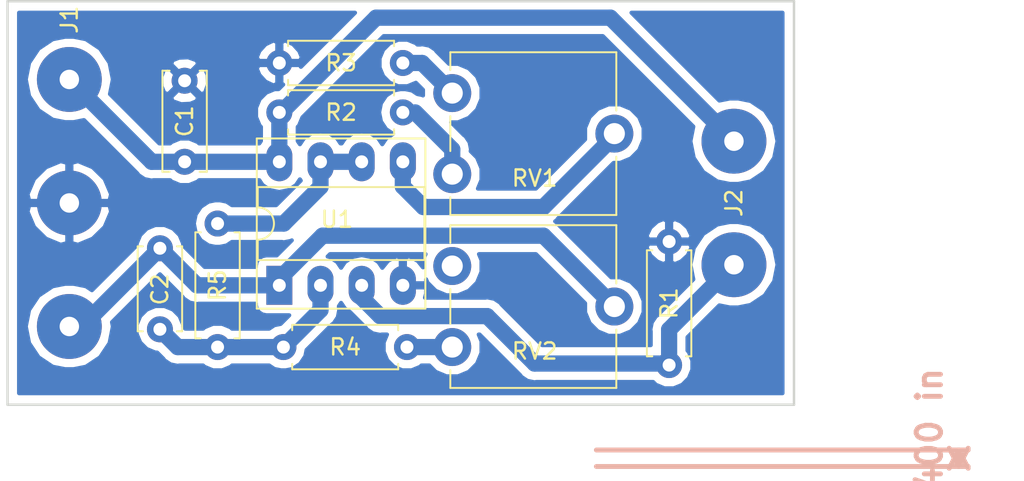
<source format=kicad_pcb>
(kicad_pcb (version 20171130) (host pcbnew 5.0.2+dfsg1-1)

  (general
    (thickness 1.6)
    (drawings 5)
    (tracks 46)
    (zones 0)
    (modules 12)
    (nets 12)
  )

  (page A4)
  (layers
    (0 F.Cu signal)
    (31 B.Cu signal)
    (33 F.Adhes user)
    (35 F.Paste user)
    (37 F.SilkS user)
    (39 F.Mask user)
    (40 Dwgs.User user)
    (41 Cmts.User user)
    (42 Eco1.User user)
    (43 Eco2.User user)
    (44 Edge.Cuts user)
    (45 Margin user)
    (46 B.CrtYd user)
    (47 F.CrtYd user)
    (49 F.Fab user)
  )

  (setup
    (last_trace_width 1)
    (trace_clearance 0.2)
    (zone_clearance 0.508)
    (zone_45_only no)
    (trace_min 0.2)
    (segment_width 0.2)
    (edge_width 0.15)
    (via_size 0.8)
    (via_drill 0.4)
    (via_min_size 0.4)
    (via_min_drill 0.3)
    (uvia_size 0.3)
    (uvia_drill 0.1)
    (uvias_allowed no)
    (uvia_min_size 0.2)
    (uvia_min_drill 0.1)
    (pcb_text_width 0.3)
    (pcb_text_size 1.5 1.5)
    (mod_edge_width 0.15)
    (mod_text_size 1 1)
    (mod_text_width 0.15)
    (pad_size 1.524 1.524)
    (pad_drill 0.762)
    (pad_to_mask_clearance 0.051)
    (solder_mask_min_width 0.25)
    (aux_axis_origin 0 0)
    (grid_origin 128.524 107.442)
    (visible_elements FFFFEF7F)
    (pcbplotparams
      (layerselection 0x01000_fffffffe)
      (usegerberextensions true)
      (usegerberattributes false)
      (usegerberadvancedattributes false)
      (creategerberjobfile false)
      (gerberprecision 5)
      (excludeedgelayer false)
      (linewidth 0.100000)
      (plotframeref false)
      (viasonmask false)
      (mode 1)
      (useauxorigin false)
      (hpglpennumber 1)
      (hpglpenspeed 20)
      (hpglpendiameter 15.000000)
      (psnegative false)
      (psa4output false)
      (plotreference false)
      (plotvalue false)
      (plotinvisibletext false)
      (padsonsilk true)
      (subtractmaskfromsilk false)
      (outputformat 1)
      (mirror false)
      (drillshape 0)
      (scaleselection 1)
      (outputdirectory "/home/maurin/Bureau/Kicad/GERBER/"))
  )

  (net 0 "")
  (net 1 VOLTAGE_OUTPUT)
  (net 2 GND)
  (net 3 OUTPUT)
  (net 4 "Net-(RV1-Pad2)")
  (net 5 "Net-(R5-Pad2)")
  (net 6 VCC)
  (net 7 "Net-(R2-Pad2)")
  (net 8 "Net-(R3-Pad1)")
  (net 9 "Net-(R4-Pad1)")
  (net 10 "Net-(RV2-Pad3)")
  (net 11 "Net-(C2-Pad2)")

  (net_class Default "Ceci est la Netclass par défaut."
    (clearance 0.2)
    (trace_width 1)
    (via_dia 0.8)
    (via_drill 0.4)
    (uvia_dia 0.3)
    (uvia_drill 0.1)
    (add_net GND)
    (add_net "Net-(C2-Pad2)")
    (add_net "Net-(R2-Pad2)")
    (add_net "Net-(R3-Pad1)")
    (add_net "Net-(R4-Pad1)")
    (add_net "Net-(R5-Pad2)")
    (add_net "Net-(RV1-Pad2)")
    (add_net "Net-(RV2-Pad3)")
    (add_net OUTPUT)
    (add_net VCC)
    (add_net VOLTAGE_OUTPUT)
  )

  (module library:custom_SolderWirePad_1x02 (layer F.Cu) (tedit 5F6228BB) (tstamp 5F6237A1)
    (at 173.334 94.996 270)
    (descr "Wire solder connection")
    (tags connector)
    (path /5F6FC3EF)
    (attr virtual)
    (fp_text reference J2 (at 0 0 90) (layer F.SilkS)
      (effects (font (size 1 1) (thickness 0.15)))
    )
    (fp_text value RESISTIVE_SENSOR (at 0.381 -3.302 270) (layer F.Fab)
      (effects (font (size 1 1) (thickness 0.15)))
    )
    (fp_text user %R (at 0 0 270) (layer F.Fab)
      (effects (font (size 1 1) (thickness 0.15)))
    )
    (fp_line (start -6.35 -2.54) (end 6.35 -2.54) (layer F.CrtYd) (width 0.05))
    (fp_line (start -6.35 -2.54) (end -6.35 2.54) (layer F.CrtYd) (width 0.05))
    (fp_line (start 6.35 2.54) (end 6.35 -2.54) (layer F.CrtYd) (width 0.05))
    (fp_line (start 6.35 2.54) (end -6.35 2.54) (layer F.CrtYd) (width 0.05))
    (pad 1 thru_hole oval (at -3.81 0 270) (size 4 4) (drill 1.19888) (layers *.Cu *.Mask)
      (net 6 VCC))
    (pad 2 thru_hole oval (at 3.81 0 270) (size 4 4) (drill 1.19888) (layers *.Cu *.Mask)
      (net 1 VOLTAGE_OUTPUT))
  )

  (module library:custom_SolderWirePad_1x03 (layer F.Cu) (tedit 5F622745) (tstamp 5F623796)
    (at 132.334 97.536 90)
    (descr "Wire solder connection")
    (tags connector)
    (path /5F6FC355)
    (attr virtual)
    (fp_text reference J1 (at 13.843 0 270) (layer F.SilkS)
      (effects (font (size 1 1) (thickness 0.15)))
    )
    (fp_text value TO_ARDUINO (at 0 -3.429 90) (layer F.Fab)
      (effects (font (size 1 1) (thickness 0.15)))
    )
    (fp_text user %R (at 13.843 0 90) (layer F.Fab)
      (effects (font (size 1 1) (thickness 0.15)))
    )
    (fp_line (start -7.62 -2.54) (end 12.7 -2.54) (layer F.CrtYd) (width 0.05))
    (fp_line (start -7.62 -2.54) (end -7.62 2.54) (layer F.CrtYd) (width 0.05))
    (fp_line (start 12.7 2.54) (end 12.7 -2.54) (layer F.CrtYd) (width 0.05))
    (fp_line (start 12.7 2.54) (end -7.62 2.54) (layer F.CrtYd) (width 0.05))
    (pad 1 thru_hole oval (at -5.08 0 90) (size 4 4) (drill 1.19888) (layers *.Cu *.Mask)
      (net 3 OUTPUT))
    (pad 2 thru_hole oval (at 2.54 0 90) (size 4 4) (drill 1.19888) (layers *.Cu *.Mask)
      (net 2 GND))
    (pad 3 thru_hole oval (at 10.16 0 90) (size 4 4) (drill 1.19888) (layers *.Cu *.Mask)
      (net 6 VCC))
  )

  (module Resistor_THT:R_Axial_DIN0207_L6.3mm_D2.5mm_P7.62mm_Horizontal (layer F.Cu) (tedit 5AE5139B) (tstamp 5F704CEE)
    (at 141.478 103.886 90)
    (descr "Resistor, Axial_DIN0207 series, Axial, Horizontal, pin pitch=7.62mm, 0.25W = 1/4W, length*diameter=6.3*2.5mm^2, http://cdn-reichelt.de/documents/datenblatt/B400/1_4W%23YAG.pdf")
    (tags "Resistor Axial_DIN0207 series Axial Horizontal pin pitch 7.62mm 0.25W = 1/4W length 6.3mm diameter 2.5mm")
    (path /5F6FC9A8)
    (fp_text reference R5 (at 3.81 0 90) (layer F.SilkS)
      (effects (font (size 1 1) (thickness 0.15)))
    )
    (fp_text value 10K (at 3.81 2.37 90) (layer F.Fab)
      (effects (font (size 1 1) (thickness 0.15)))
    )
    (fp_text user %R (at 3.81 0 90) (layer F.Fab)
      (effects (font (size 1 1) (thickness 0.15)))
    )
    (fp_line (start 8.67 -1.5) (end -1.05 -1.5) (layer F.CrtYd) (width 0.05))
    (fp_line (start 8.67 1.5) (end 8.67 -1.5) (layer F.CrtYd) (width 0.05))
    (fp_line (start -1.05 1.5) (end 8.67 1.5) (layer F.CrtYd) (width 0.05))
    (fp_line (start -1.05 -1.5) (end -1.05 1.5) (layer F.CrtYd) (width 0.05))
    (fp_line (start 7.08 1.37) (end 7.08 1.04) (layer F.SilkS) (width 0.12))
    (fp_line (start 0.54 1.37) (end 7.08 1.37) (layer F.SilkS) (width 0.12))
    (fp_line (start 0.54 1.04) (end 0.54 1.37) (layer F.SilkS) (width 0.12))
    (fp_line (start 7.08 -1.37) (end 7.08 -1.04) (layer F.SilkS) (width 0.12))
    (fp_line (start 0.54 -1.37) (end 7.08 -1.37) (layer F.SilkS) (width 0.12))
    (fp_line (start 0.54 -1.04) (end 0.54 -1.37) (layer F.SilkS) (width 0.12))
    (fp_line (start 7.62 0) (end 6.96 0) (layer F.Fab) (width 0.1))
    (fp_line (start 0 0) (end 0.66 0) (layer F.Fab) (width 0.1))
    (fp_line (start 6.96 -1.25) (end 0.66 -1.25) (layer F.Fab) (width 0.1))
    (fp_line (start 6.96 1.25) (end 6.96 -1.25) (layer F.Fab) (width 0.1))
    (fp_line (start 0.66 1.25) (end 6.96 1.25) (layer F.Fab) (width 0.1))
    (fp_line (start 0.66 -1.25) (end 0.66 1.25) (layer F.Fab) (width 0.1))
    (pad 2 thru_hole oval (at 7.62 0 90) (size 1.6 1.6) (drill 0.8) (layers *.Cu *.Mask)
      (net 5 "Net-(R5-Pad2)"))
    (pad 1 thru_hole circle (at 0 0 90) (size 1.6 1.6) (drill 0.8) (layers *.Cu *.Mask)
      (net 11 "Net-(C2-Pad2)"))
    (model ${KISYS3DMOD}/Resistor_THT.3dshapes/R_Axial_DIN0207_L6.3mm_D2.5mm_P7.62mm_Horizontal.wrl
      (at (xyz 0 0 0))
      (scale (xyz 1 1 1))
      (rotate (xyz 0 0 0))
    )
  )

  (module Resistor_THT:R_Axial_DIN0207_L6.3mm_D2.5mm_P7.62mm_Horizontal (layer F.Cu) (tedit 5AE5139B) (tstamp 5F704CD8)
    (at 153.162 103.886 180)
    (descr "Resistor, Axial_DIN0207 series, Axial, Horizontal, pin pitch=7.62mm, 0.25W = 1/4W, length*diameter=6.3*2.5mm^2, http://cdn-reichelt.de/documents/datenblatt/B400/1_4W%23YAG.pdf")
    (tags "Resistor Axial_DIN0207 series Axial Horizontal pin pitch 7.62mm 0.25W = 1/4W length 6.3mm diameter 2.5mm")
    (path /5F6FD28A)
    (fp_text reference R4 (at 3.81 0 180) (layer F.SilkS)
      (effects (font (size 1 1) (thickness 0.15)))
    )
    (fp_text value 10K (at 3.81 2.37 180) (layer F.Fab)
      (effects (font (size 1 1) (thickness 0.15)))
    )
    (fp_line (start 0.66 -1.25) (end 0.66 1.25) (layer F.Fab) (width 0.1))
    (fp_line (start 0.66 1.25) (end 6.96 1.25) (layer F.Fab) (width 0.1))
    (fp_line (start 6.96 1.25) (end 6.96 -1.25) (layer F.Fab) (width 0.1))
    (fp_line (start 6.96 -1.25) (end 0.66 -1.25) (layer F.Fab) (width 0.1))
    (fp_line (start 0 0) (end 0.66 0) (layer F.Fab) (width 0.1))
    (fp_line (start 7.62 0) (end 6.96 0) (layer F.Fab) (width 0.1))
    (fp_line (start 0.54 -1.04) (end 0.54 -1.37) (layer F.SilkS) (width 0.12))
    (fp_line (start 0.54 -1.37) (end 7.08 -1.37) (layer F.SilkS) (width 0.12))
    (fp_line (start 7.08 -1.37) (end 7.08 -1.04) (layer F.SilkS) (width 0.12))
    (fp_line (start 0.54 1.04) (end 0.54 1.37) (layer F.SilkS) (width 0.12))
    (fp_line (start 0.54 1.37) (end 7.08 1.37) (layer F.SilkS) (width 0.12))
    (fp_line (start 7.08 1.37) (end 7.08 1.04) (layer F.SilkS) (width 0.12))
    (fp_line (start -1.05 -1.5) (end -1.05 1.5) (layer F.CrtYd) (width 0.05))
    (fp_line (start -1.05 1.5) (end 8.67 1.5) (layer F.CrtYd) (width 0.05))
    (fp_line (start 8.67 1.5) (end 8.67 -1.5) (layer F.CrtYd) (width 0.05))
    (fp_line (start 8.67 -1.5) (end -1.05 -1.5) (layer F.CrtYd) (width 0.05))
    (fp_text user %R (at 3.81 0 180) (layer F.Fab)
      (effects (font (size 1 1) (thickness 0.15)))
    )
    (pad 1 thru_hole circle (at 0 0 180) (size 1.6 1.6) (drill 0.8) (layers *.Cu *.Mask)
      (net 9 "Net-(R4-Pad1)"))
    (pad 2 thru_hole oval (at 7.62 0 180) (size 1.6 1.6) (drill 0.8) (layers *.Cu *.Mask)
      (net 11 "Net-(C2-Pad2)"))
    (model ${KISYS3DMOD}/Resistor_THT.3dshapes/R_Axial_DIN0207_L6.3mm_D2.5mm_P7.62mm_Horizontal.wrl
      (at (xyz 0 0 0))
      (scale (xyz 1 1 1))
      (rotate (xyz 0 0 0))
    )
  )

  (module Resistor_THT:R_Axial_DIN0207_L6.3mm_D2.5mm_P7.62mm_Horizontal (layer F.Cu) (tedit 5AE5139B) (tstamp 5F704CC2)
    (at 152.908 86.36 180)
    (descr "Resistor, Axial_DIN0207 series, Axial, Horizontal, pin pitch=7.62mm, 0.25W = 1/4W, length*diameter=6.3*2.5mm^2, http://cdn-reichelt.de/documents/datenblatt/B400/1_4W%23YAG.pdf")
    (tags "Resistor Axial_DIN0207 series Axial Horizontal pin pitch 7.62mm 0.25W = 1/4W length 6.3mm diameter 2.5mm")
    (path /5F6FEA34)
    (fp_text reference R3 (at 3.81 0 180) (layer F.SilkS)
      (effects (font (size 1 1) (thickness 0.15)))
    )
    (fp_text value 10K (at 3.81 2.37 180) (layer F.Fab)
      (effects (font (size 1 1) (thickness 0.15)))
    )
    (fp_text user %R (at 3.81 0 180) (layer F.Fab)
      (effects (font (size 1 1) (thickness 0.15)))
    )
    (fp_line (start 8.67 -1.5) (end -1.05 -1.5) (layer F.CrtYd) (width 0.05))
    (fp_line (start 8.67 1.5) (end 8.67 -1.5) (layer F.CrtYd) (width 0.05))
    (fp_line (start -1.05 1.5) (end 8.67 1.5) (layer F.CrtYd) (width 0.05))
    (fp_line (start -1.05 -1.5) (end -1.05 1.5) (layer F.CrtYd) (width 0.05))
    (fp_line (start 7.08 1.37) (end 7.08 1.04) (layer F.SilkS) (width 0.12))
    (fp_line (start 0.54 1.37) (end 7.08 1.37) (layer F.SilkS) (width 0.12))
    (fp_line (start 0.54 1.04) (end 0.54 1.37) (layer F.SilkS) (width 0.12))
    (fp_line (start 7.08 -1.37) (end 7.08 -1.04) (layer F.SilkS) (width 0.12))
    (fp_line (start 0.54 -1.37) (end 7.08 -1.37) (layer F.SilkS) (width 0.12))
    (fp_line (start 0.54 -1.04) (end 0.54 -1.37) (layer F.SilkS) (width 0.12))
    (fp_line (start 7.62 0) (end 6.96 0) (layer F.Fab) (width 0.1))
    (fp_line (start 0 0) (end 0.66 0) (layer F.Fab) (width 0.1))
    (fp_line (start 6.96 -1.25) (end 0.66 -1.25) (layer F.Fab) (width 0.1))
    (fp_line (start 6.96 1.25) (end 6.96 -1.25) (layer F.Fab) (width 0.1))
    (fp_line (start 0.66 1.25) (end 6.96 1.25) (layer F.Fab) (width 0.1))
    (fp_line (start 0.66 -1.25) (end 0.66 1.25) (layer F.Fab) (width 0.1))
    (pad 2 thru_hole oval (at 7.62 0 180) (size 1.6 1.6) (drill 0.8) (layers *.Cu *.Mask)
      (net 2 GND))
    (pad 1 thru_hole circle (at 0 0 180) (size 1.6 1.6) (drill 0.8) (layers *.Cu *.Mask)
      (net 8 "Net-(R3-Pad1)"))
    (model ${KISYS3DMOD}/Resistor_THT.3dshapes/R_Axial_DIN0207_L6.3mm_D2.5mm_P7.62mm_Horizontal.wrl
      (at (xyz 0 0 0))
      (scale (xyz 1 1 1))
      (rotate (xyz 0 0 0))
    )
  )

  (module Potentiometer_THT:Potentiometer_ACP_CA9-V10_Vertical (layer F.Cu) (tedit 5A3D4994) (tstamp 5F6F3ACB)
    (at 155.956 103.886)
    (descr "Potentiometer, vertical, ACP CA9-V10, http://www.acptechnologies.com/wp-content/uploads/2017/05/02-ACP-CA9-CE9.pdf")
    (tags "Potentiometer vertical ACP CA9-V10")
    (path /5F6FCEBE)
    (fp_text reference RV2 (at 5.08 0.254) (layer F.SilkS)
      (effects (font (size 1 1) (thickness 0.15)))
    )
    (fp_text value 100K (at 5 1.524) (layer F.Fab)
      (effects (font (size 1 1) (thickness 0.15)))
    )
    (fp_text user %R (at 5.08 0.254 180) (layer F.Fab)
      (effects (font (size 1 1) (thickness 0.15)))
    )
    (fp_line (start 11.45 -7.65) (end -1.45 -7.65) (layer F.CrtYd) (width 0.05))
    (fp_line (start 11.45 2.7) (end 11.45 -7.65) (layer F.CrtYd) (width 0.05))
    (fp_line (start -1.45 2.7) (end 11.45 2.7) (layer F.CrtYd) (width 0.05))
    (fp_line (start -1.45 -7.65) (end -1.45 2.7) (layer F.CrtYd) (width 0.05))
    (fp_line (start 10.12 -1.075) (end 10.12 2.52) (layer F.SilkS) (width 0.12))
    (fp_line (start 10.12 -7.521) (end 10.12 -3.925) (layer F.SilkS) (width 0.12))
    (fp_line (start -0.12 1.425) (end -0.12 2.52) (layer F.SilkS) (width 0.12))
    (fp_line (start -0.12 -3.574) (end -0.12 -1.425) (layer F.SilkS) (width 0.12))
    (fp_line (start -0.12 -7.521) (end -0.12 -6.426) (layer F.SilkS) (width 0.12))
    (fp_line (start -0.12 2.52) (end 10.12 2.52) (layer F.SilkS) (width 0.12))
    (fp_line (start -0.12 -7.521) (end 10.12 -7.521) (layer F.SilkS) (width 0.12))
    (fp_line (start 10 -7.4) (end 0 -7.4) (layer F.Fab) (width 0.1))
    (fp_line (start 10 2.4) (end 10 -7.4) (layer F.Fab) (width 0.1))
    (fp_line (start 0 2.4) (end 10 2.4) (layer F.Fab) (width 0.1))
    (fp_line (start 0 -7.4) (end 0 2.4) (layer F.Fab) (width 0.1))
    (fp_circle (center 5 -2.5) (end 6.05 -2.5) (layer F.Fab) (width 0.1))
    (pad 1 thru_hole circle (at 0 0) (size 2.34 2.34) (drill 1.3) (layers *.Cu *.Mask)
      (net 9 "Net-(R4-Pad1)"))
    (pad 2 thru_hole circle (at 10 -2.5) (size 2.34 2.34) (drill 1.3) (layers *.Cu *.Mask)
      (net 3 OUTPUT))
    (pad 3 thru_hole circle (at 0 -5) (size 2.34 2.34) (drill 1.3) (layers *.Cu *.Mask)
      (net 10 "Net-(RV2-Pad3)"))
    (model ${KISYS3DMOD}/Potentiometer_THT.3dshapes/Potentiometer_ACP_CA9-V10_Vertical.wrl
      (at (xyz 0 0 0))
      (scale (xyz 1 1 1))
      (rotate (xyz 0 0 0))
    )
  )

  (module Resistor_THT:R_Axial_DIN0207_L6.3mm_D2.5mm_P7.62mm_Horizontal (layer F.Cu) (tedit 5AE5139B) (tstamp 5F704333)
    (at 169.334 104.996 90)
    (descr "Resistor, Axial_DIN0207 series, Axial, Horizontal, pin pitch=7.62mm, 0.25W = 1/4W, length*diameter=6.3*2.5mm^2, http://cdn-reichelt.de/documents/datenblatt/B400/1_4W%23YAG.pdf")
    (tags "Resistor Axial_DIN0207 series Axial Horizontal pin pitch 7.62mm 0.25W = 1/4W length 6.3mm diameter 2.5mm")
    (path /5F7004A5)
    (fp_text reference R1 (at 3.81 0 90) (layer F.SilkS)
      (effects (font (size 1 1) (thickness 0.15)))
    )
    (fp_text value 100K (at 3.81 2.032 90) (layer F.Fab)
      (effects (font (size 1 1) (thickness 0.15)))
    )
    (fp_line (start 0.66 -1.25) (end 0.66 1.25) (layer F.Fab) (width 0.1))
    (fp_line (start 0.66 1.25) (end 6.96 1.25) (layer F.Fab) (width 0.1))
    (fp_line (start 6.96 1.25) (end 6.96 -1.25) (layer F.Fab) (width 0.1))
    (fp_line (start 6.96 -1.25) (end 0.66 -1.25) (layer F.Fab) (width 0.1))
    (fp_line (start 0 0) (end 0.66 0) (layer F.Fab) (width 0.1))
    (fp_line (start 7.62 0) (end 6.96 0) (layer F.Fab) (width 0.1))
    (fp_line (start 0.54 -1.04) (end 0.54 -1.37) (layer F.SilkS) (width 0.12))
    (fp_line (start 0.54 -1.37) (end 7.08 -1.37) (layer F.SilkS) (width 0.12))
    (fp_line (start 7.08 -1.37) (end 7.08 -1.04) (layer F.SilkS) (width 0.12))
    (fp_line (start 0.54 1.04) (end 0.54 1.37) (layer F.SilkS) (width 0.12))
    (fp_line (start 0.54 1.37) (end 7.08 1.37) (layer F.SilkS) (width 0.12))
    (fp_line (start 7.08 1.37) (end 7.08 1.04) (layer F.SilkS) (width 0.12))
    (fp_line (start -1.05 -1.5) (end -1.05 1.5) (layer F.CrtYd) (width 0.05))
    (fp_line (start -1.05 1.5) (end 8.67 1.5) (layer F.CrtYd) (width 0.05))
    (fp_line (start 8.67 1.5) (end 8.67 -1.5) (layer F.CrtYd) (width 0.05))
    (fp_line (start 8.67 -1.5) (end -1.05 -1.5) (layer F.CrtYd) (width 0.05))
    (fp_text user %R (at 3.81 0 90) (layer F.Fab)
      (effects (font (size 1 1) (thickness 0.15)))
    )
    (pad 1 thru_hole circle (at 0 0 90) (size 1.6 1.6) (drill 0.8) (layers *.Cu *.Mask)
      (net 1 VOLTAGE_OUTPUT))
    (pad 2 thru_hole oval (at 7.62 0 90) (size 1.6 1.6) (drill 0.8) (layers *.Cu *.Mask)
      (net 2 GND))
    (model ${KISYS3DMOD}/Resistor_THT.3dshapes/R_Axial_DIN0207_L6.3mm_D2.5mm_P7.62mm_Horizontal.wrl
      (at (xyz 0 0 0))
      (scale (xyz 1 1 1))
      (rotate (xyz 0 0 0))
    )
  )

  (module Potentiometer_THT:Potentiometer_ACP_CA9-V10_Vertical (layer F.Cu) (tedit 5A3D4994) (tstamp 5F6F8D0A)
    (at 155.956 93.218)
    (descr "Potentiometer, vertical, ACP CA9-V10, http://www.acptechnologies.com/wp-content/uploads/2017/05/02-ACP-CA9-CE9.pdf")
    (tags "Potentiometer vertical ACP CA9-V10")
    (path /5F6FE59C)
    (fp_text reference RV1 (at 5.08 0.254 180) (layer F.SilkS)
      (effects (font (size 1 1) (thickness 0.15)))
    )
    (fp_text value 100K (at 5.334 1.524) (layer F.Fab)
      (effects (font (size 1 1) (thickness 0.15)))
    )
    (fp_circle (center 5 -2.5) (end 6.05 -2.5) (layer F.Fab) (width 0.1))
    (fp_line (start 0 -7.4) (end 0 2.4) (layer F.Fab) (width 0.1))
    (fp_line (start 0 2.4) (end 10 2.4) (layer F.Fab) (width 0.1))
    (fp_line (start 10 2.4) (end 10 -7.4) (layer F.Fab) (width 0.1))
    (fp_line (start 10 -7.4) (end 0 -7.4) (layer F.Fab) (width 0.1))
    (fp_line (start -0.12 -7.521) (end 10.12 -7.521) (layer F.SilkS) (width 0.12))
    (fp_line (start -0.12 2.52) (end 10.12 2.52) (layer F.SilkS) (width 0.12))
    (fp_line (start -0.12 -7.521) (end -0.12 -6.426) (layer F.SilkS) (width 0.12))
    (fp_line (start -0.12 -3.574) (end -0.12 -1.425) (layer F.SilkS) (width 0.12))
    (fp_line (start -0.12 1.425) (end -0.12 2.52) (layer F.SilkS) (width 0.12))
    (fp_line (start 10.12 -7.521) (end 10.12 -3.925) (layer F.SilkS) (width 0.12))
    (fp_line (start 10.12 -1.075) (end 10.12 2.52) (layer F.SilkS) (width 0.12))
    (fp_line (start -1.45 -7.65) (end -1.45 2.7) (layer F.CrtYd) (width 0.05))
    (fp_line (start -1.45 2.7) (end 11.45 2.7) (layer F.CrtYd) (width 0.05))
    (fp_line (start 11.45 2.7) (end 11.45 -7.65) (layer F.CrtYd) (width 0.05))
    (fp_line (start 11.45 -7.65) (end -1.45 -7.65) (layer F.CrtYd) (width 0.05))
    (fp_text user %R (at 5.08 0.254 180) (layer F.Fab)
      (effects (font (size 1 1) (thickness 0.15)))
    )
    (pad 3 thru_hole circle (at 0 -5) (size 2.34 2.34) (drill 1.3) (layers *.Cu *.Mask)
      (net 8 "Net-(R3-Pad1)"))
    (pad 2 thru_hole circle (at 10 -2.5) (size 2.34 2.34) (drill 1.3) (layers *.Cu *.Mask)
      (net 4 "Net-(RV1-Pad2)"))
    (pad 1 thru_hole circle (at 0 0) (size 2.34 2.34) (drill 1.3) (layers *.Cu *.Mask)
      (net 7 "Net-(R2-Pad2)"))
    (model ${KISYS3DMOD}/Potentiometer_THT.3dshapes/Potentiometer_ACP_CA9-V10_Vertical.wrl
      (at (xyz 0 0 0))
      (scale (xyz 1 1 1))
      (rotate (xyz 0 0 0))
    )
  )

  (module Package_DIP:DIP-8_W7.62mm_Socket_LongPads (layer F.Cu) (tedit 5A02E8C5) (tstamp 5F6EC20C)
    (at 145.288 100.076 90)
    (descr "8-lead though-hole mounted DIP package, row spacing 7.62 mm (300 mils), Socket, LongPads")
    (tags "THT DIP DIL PDIP 2.54mm 7.62mm 300mil Socket LongPads")
    (path /5F6FC0F4)
    (fp_text reference U1 (at 4.064 3.556 180) (layer F.SilkS)
      (effects (font (size 1 1) (thickness 0.15)))
    )
    (fp_text value MCP602 (at 3.81 3.556 180) (layer F.Fab)
      (effects (font (size 1 1) (thickness 0.15)))
    )
    (fp_arc (start 3.81 -1.33) (end 2.81 -1.33) (angle -180) (layer F.SilkS) (width 0.12))
    (fp_line (start 1.635 -1.27) (end 6.985 -1.27) (layer F.Fab) (width 0.1))
    (fp_line (start 6.985 -1.27) (end 6.985 8.89) (layer F.Fab) (width 0.1))
    (fp_line (start 6.985 8.89) (end 0.635 8.89) (layer F.Fab) (width 0.1))
    (fp_line (start 0.635 8.89) (end 0.635 -0.27) (layer F.Fab) (width 0.1))
    (fp_line (start 0.635 -0.27) (end 1.635 -1.27) (layer F.Fab) (width 0.1))
    (fp_line (start -1.27 -1.33) (end -1.27 8.95) (layer F.Fab) (width 0.1))
    (fp_line (start -1.27 8.95) (end 8.89 8.95) (layer F.Fab) (width 0.1))
    (fp_line (start 8.89 8.95) (end 8.89 -1.33) (layer F.Fab) (width 0.1))
    (fp_line (start 8.89 -1.33) (end -1.27 -1.33) (layer F.Fab) (width 0.1))
    (fp_line (start 2.81 -1.33) (end 1.56 -1.33) (layer F.SilkS) (width 0.12))
    (fp_line (start 1.56 -1.33) (end 1.56 8.95) (layer F.SilkS) (width 0.12))
    (fp_line (start 1.56 8.95) (end 6.06 8.95) (layer F.SilkS) (width 0.12))
    (fp_line (start 6.06 8.95) (end 6.06 -1.33) (layer F.SilkS) (width 0.12))
    (fp_line (start 6.06 -1.33) (end 4.81 -1.33) (layer F.SilkS) (width 0.12))
    (fp_line (start -1.44 -1.39) (end -1.44 9.01) (layer F.SilkS) (width 0.12))
    (fp_line (start -1.44 9.01) (end 9.06 9.01) (layer F.SilkS) (width 0.12))
    (fp_line (start 9.06 9.01) (end 9.06 -1.39) (layer F.SilkS) (width 0.12))
    (fp_line (start 9.06 -1.39) (end -1.44 -1.39) (layer F.SilkS) (width 0.12))
    (fp_line (start -1.55 -1.6) (end -1.55 9.2) (layer F.CrtYd) (width 0.05))
    (fp_line (start -1.55 9.2) (end 9.15 9.2) (layer F.CrtYd) (width 0.05))
    (fp_line (start 9.15 9.2) (end 9.15 -1.6) (layer F.CrtYd) (width 0.05))
    (fp_line (start 9.15 -1.6) (end -1.55 -1.6) (layer F.CrtYd) (width 0.05))
    (fp_text user %R (at 5.334 3.556 180) (layer F.Fab)
      (effects (font (size 1 1) (thickness 0.15)))
    )
    (pad 1 thru_hole rect (at 0 0 90) (size 2.4 1.6) (drill 0.8) (layers *.Cu *.Mask)
      (net 3 OUTPUT))
    (pad 5 thru_hole oval (at 7.62 7.62 90) (size 2.4 1.6) (drill 0.8) (layers *.Cu *.Mask)
      (net 4 "Net-(RV1-Pad2)"))
    (pad 2 thru_hole oval (at 0 2.54 90) (size 2.4 1.6) (drill 0.8) (layers *.Cu *.Mask)
      (net 11 "Net-(C2-Pad2)"))
    (pad 6 thru_hole oval (at 7.62 5.08 90) (size 2.4 1.6) (drill 0.8) (layers *.Cu *.Mask)
      (net 5 "Net-(R5-Pad2)"))
    (pad 3 thru_hole oval (at 0 5.08 90) (size 2.4 1.6) (drill 0.8) (layers *.Cu *.Mask)
      (net 1 VOLTAGE_OUTPUT))
    (pad 7 thru_hole oval (at 7.62 2.54 90) (size 2.4 1.6) (drill 0.8) (layers *.Cu *.Mask)
      (net 5 "Net-(R5-Pad2)"))
    (pad 4 thru_hole oval (at 0 7.62 90) (size 2.4 1.6) (drill 0.8) (layers *.Cu *.Mask)
      (net 2 GND))
    (pad 8 thru_hole oval (at 7.62 0 90) (size 2.4 1.6) (drill 0.8) (layers *.Cu *.Mask)
      (net 6 VCC))
    (model ${KISYS3DMOD}/Package_DIP.3dshapes/DIP-8_W7.62mm_Socket.wrl
      (at (xyz 0 0 0))
      (scale (xyz 1 1 1))
      (rotate (xyz 0 0 0))
    )
  )

  (module Capacitor_THT:C_Disc_D6.0mm_W2.5mm_P5.00mm (layer F.Cu) (tedit 5AE50EF0) (tstamp 5F70A8C6)
    (at 139.446 92.456 90)
    (descr "C, Disc series, Radial, pin pitch=5.00mm, , diameter*width=6*2.5mm^2, Capacitor, http://cdn-reichelt.de/documents/datenblatt/B300/DS_KERKO_TC.pdf")
    (tags "C Disc series Radial pin pitch 5.00mm  diameter 6mm width 2.5mm Capacitor")
    (path /5F717555)
    (fp_text reference C1 (at 2.5 0 90) (layer F.SilkS)
      (effects (font (size 1 1) (thickness 0.15)))
    )
    (fp_text value 100N (at 2.794 2.5 90) (layer F.Fab)
      (effects (font (size 1 1) (thickness 0.15)))
    )
    (fp_line (start -0.5 -1.25) (end -0.5 1.25) (layer F.Fab) (width 0.1))
    (fp_line (start -0.5 1.25) (end 5.5 1.25) (layer F.Fab) (width 0.1))
    (fp_line (start 5.5 1.25) (end 5.5 -1.25) (layer F.Fab) (width 0.1))
    (fp_line (start 5.5 -1.25) (end -0.5 -1.25) (layer F.Fab) (width 0.1))
    (fp_line (start -0.62 -1.37) (end 5.62 -1.37) (layer F.SilkS) (width 0.12))
    (fp_line (start -0.62 1.37) (end 5.62 1.37) (layer F.SilkS) (width 0.12))
    (fp_line (start -0.62 -1.37) (end -0.62 -0.925) (layer F.SilkS) (width 0.12))
    (fp_line (start -0.62 0.925) (end -0.62 1.37) (layer F.SilkS) (width 0.12))
    (fp_line (start 5.62 -1.37) (end 5.62 -0.925) (layer F.SilkS) (width 0.12))
    (fp_line (start 5.62 0.925) (end 5.62 1.37) (layer F.SilkS) (width 0.12))
    (fp_line (start -1.05 -1.5) (end -1.05 1.5) (layer F.CrtYd) (width 0.05))
    (fp_line (start -1.05 1.5) (end 6.05 1.5) (layer F.CrtYd) (width 0.05))
    (fp_line (start 6.05 1.5) (end 6.05 -1.5) (layer F.CrtYd) (width 0.05))
    (fp_line (start 6.05 -1.5) (end -1.05 -1.5) (layer F.CrtYd) (width 0.05))
    (fp_text user %R (at 2.5 0 90) (layer F.Fab)
      (effects (font (size 1 1) (thickness 0.15)))
    )
    (pad 1 thru_hole circle (at 0 0 90) (size 1.6 1.6) (drill 0.8) (layers *.Cu *.Mask)
      (net 6 VCC))
    (pad 2 thru_hole circle (at 5 0 90) (size 1.6 1.6) (drill 0.8) (layers *.Cu *.Mask)
      (net 2 GND))
    (model ${KISYS3DMOD}/Capacitor_THT.3dshapes/C_Disc_D6.0mm_W2.5mm_P5.00mm.wrl
      (at (xyz 0 0 0))
      (scale (xyz 1 1 1))
      (rotate (xyz 0 0 0))
    )
  )

  (module Capacitor_THT:C_Disc_D5.0mm_W2.5mm_P5.00mm (layer F.Cu) (tedit 5AE50EF0) (tstamp 5F70B5B4)
    (at 137.922 97.79 270)
    (descr "C, Disc series, Radial, pin pitch=5.00mm, , diameter*width=5*2.5mm^2, Capacitor, http://cdn-reichelt.de/documents/datenblatt/B300/DS_KERKO_TC.pdf")
    (tags "C Disc series Radial pin pitch 5.00mm  diameter 5mm width 2.5mm Capacitor")
    (path /5F62144A)
    (fp_text reference C2 (at 2.54 0 270) (layer F.SilkS)
      (effects (font (size 1 1) (thickness 0.15)))
    )
    (fp_text value 100N (at 2.5 2.5 270) (layer F.Fab)
      (effects (font (size 1 1) (thickness 0.15)))
    )
    (fp_text user %R (at 2.5 0 270) (layer F.Fab)
      (effects (font (size 1 1) (thickness 0.15)))
    )
    (fp_line (start 6.05 -1.5) (end -1.05 -1.5) (layer F.CrtYd) (width 0.05))
    (fp_line (start 6.05 1.5) (end 6.05 -1.5) (layer F.CrtYd) (width 0.05))
    (fp_line (start -1.05 1.5) (end 6.05 1.5) (layer F.CrtYd) (width 0.05))
    (fp_line (start -1.05 -1.5) (end -1.05 1.5) (layer F.CrtYd) (width 0.05))
    (fp_line (start 5.12 1.055) (end 5.12 1.37) (layer F.SilkS) (width 0.12))
    (fp_line (start 5.12 -1.37) (end 5.12 -1.055) (layer F.SilkS) (width 0.12))
    (fp_line (start -0.12 1.055) (end -0.12 1.37) (layer F.SilkS) (width 0.12))
    (fp_line (start -0.12 -1.37) (end -0.12 -1.055) (layer F.SilkS) (width 0.12))
    (fp_line (start -0.12 1.37) (end 5.12 1.37) (layer F.SilkS) (width 0.12))
    (fp_line (start -0.12 -1.37) (end 5.12 -1.37) (layer F.SilkS) (width 0.12))
    (fp_line (start 5 -1.25) (end 0 -1.25) (layer F.Fab) (width 0.1))
    (fp_line (start 5 1.25) (end 5 -1.25) (layer F.Fab) (width 0.1))
    (fp_line (start 0 1.25) (end 5 1.25) (layer F.Fab) (width 0.1))
    (fp_line (start 0 -1.25) (end 0 1.25) (layer F.Fab) (width 0.1))
    (pad 2 thru_hole circle (at 5 0 270) (size 1.6 1.6) (drill 0.8) (layers *.Cu *.Mask)
      (net 11 "Net-(C2-Pad2)"))
    (pad 1 thru_hole circle (at 0 0 270) (size 1.6 1.6) (drill 0.8) (layers *.Cu *.Mask)
      (net 3 OUTPUT))
    (model ${KISYS3DMOD}/Capacitor_THT.3dshapes/C_Disc_D5.0mm_W2.5mm_P5.00mm.wrl
      (at (xyz 0 0 0))
      (scale (xyz 1 1 1))
      (rotate (xyz 0 0 0))
    )
  )

  (module Resistor_THT:R_Axial_DIN0207_L6.3mm_D2.5mm_P7.62mm_Horizontal (layer F.Cu) (tedit 5AE5139B) (tstamp 5F704CAC)
    (at 145.288 89.408)
    (descr "Resistor, Axial_DIN0207 series, Axial, Horizontal, pin pitch=7.62mm, 0.25W = 1/4W, length*diameter=6.3*2.5mm^2, http://cdn-reichelt.de/documents/datenblatt/B400/1_4W%23YAG.pdf")
    (tags "Resistor Axial_DIN0207 series Axial Horizontal pin pitch 7.62mm 0.25W = 1/4W length 6.3mm diameter 2.5mm")
    (path /5F6FE8C5)
    (fp_text reference R2 (at 3.81 0) (layer F.SilkS)
      (effects (font (size 1 1) (thickness 0.15)))
    )
    (fp_text value 10K (at 3.81 2.37) (layer F.Fab)
      (effects (font (size 1 1) (thickness 0.15)))
    )
    (fp_line (start 0.66 -1.25) (end 0.66 1.25) (layer F.Fab) (width 0.1))
    (fp_line (start 0.66 1.25) (end 6.96 1.25) (layer F.Fab) (width 0.1))
    (fp_line (start 6.96 1.25) (end 6.96 -1.25) (layer F.Fab) (width 0.1))
    (fp_line (start 6.96 -1.25) (end 0.66 -1.25) (layer F.Fab) (width 0.1))
    (fp_line (start 0 0) (end 0.66 0) (layer F.Fab) (width 0.1))
    (fp_line (start 7.62 0) (end 6.96 0) (layer F.Fab) (width 0.1))
    (fp_line (start 0.54 -1.04) (end 0.54 -1.37) (layer F.SilkS) (width 0.12))
    (fp_line (start 0.54 -1.37) (end 7.08 -1.37) (layer F.SilkS) (width 0.12))
    (fp_line (start 7.08 -1.37) (end 7.08 -1.04) (layer F.SilkS) (width 0.12))
    (fp_line (start 0.54 1.04) (end 0.54 1.37) (layer F.SilkS) (width 0.12))
    (fp_line (start 0.54 1.37) (end 7.08 1.37) (layer F.SilkS) (width 0.12))
    (fp_line (start 7.08 1.37) (end 7.08 1.04) (layer F.SilkS) (width 0.12))
    (fp_line (start -1.05 -1.5) (end -1.05 1.5) (layer F.CrtYd) (width 0.05))
    (fp_line (start -1.05 1.5) (end 8.67 1.5) (layer F.CrtYd) (width 0.05))
    (fp_line (start 8.67 1.5) (end 8.67 -1.5) (layer F.CrtYd) (width 0.05))
    (fp_line (start 8.67 -1.5) (end -1.05 -1.5) (layer F.CrtYd) (width 0.05))
    (fp_text user %R (at 3.81 0) (layer F.Fab)
      (effects (font (size 1 1) (thickness 0.15)))
    )
    (pad 1 thru_hole circle (at 0 0) (size 1.6 1.6) (drill 0.8) (layers *.Cu *.Mask)
      (net 6 VCC))
    (pad 2 thru_hole oval (at 7.62 0) (size 1.6 1.6) (drill 0.8) (layers *.Cu *.Mask)
      (net 7 "Net-(R2-Pad2)"))
    (model ${KISYS3DMOD}/Resistor_THT.3dshapes/R_Axial_DIN0207_L6.3mm_D2.5mm_P7.62mm_Horizontal.wrl
      (at (xyz 0 0 0))
      (scale (xyz 1 1 1))
      (rotate (xyz 0 0 0))
    )
  )

  (gr_line (start 128.524 82.55) (end 177.038 82.55) (layer Edge.Cuts) (width 0.15))
  (gr_line (start 177.038 82.55) (end 177.038 107.442) (layer Edge.Cuts) (width 0.15))
  (gr_line (start 177.038 107.442) (end 128.524 107.442) (layer Edge.Cuts) (width 0.15))
  (gr_line (start 128.524 107.442) (end 128.524 82.55) (layer Edge.Cuts) (width 0.15))
  (dimension 1.016 (width 0.3) (layer B.SilkS)
    (gr_text "1,016 mm" (at 189.298 110.744 270) (layer B.SilkS)
      (effects (font (size 1.5 1.5) (thickness 0.3)))
    )
    (feature1 (pts (xy 164.846 111.252) (xy 187.784421 111.252)))
    (feature2 (pts (xy 164.846 110.236) (xy 187.784421 110.236)))
    (crossbar (pts (xy 187.198 110.236) (xy 187.198 111.252)))
    (arrow1a (pts (xy 187.198 111.252) (xy 186.611579 110.125496)))
    (arrow1b (pts (xy 187.198 111.252) (xy 187.784421 110.125496)))
    (arrow2a (pts (xy 187.198 110.236) (xy 186.611579 111.362504)))
    (arrow2b (pts (xy 187.198 110.236) (xy 187.784421 111.362504)))
  )

  (segment (start 172.466 98.552) (end 172.974 98.044) (width 1) (layer B.Cu) (net 1) (status 30))
  (segment (start 173.228 98.932) (end 173.228 98.044) (width 1) (layer B.Cu) (net 1) (status 30))
  (segment (start 151.50601 101.97601) (end 158.11001 101.97601) (width 1) (layer B.Cu) (net 1))
  (segment (start 169.24 104.902) (end 169.334 104.996) (width 1) (layer B.Cu) (net 1) (status 30))
  (segment (start 150.368 100.076) (end 150.368 100.838) (width 1) (layer B.Cu) (net 1) (status 30))
  (segment (start 150.368 100.838) (end 151.50601 101.97601) (width 1) (layer B.Cu) (net 1) (status 10))
  (segment (start 158.11001 101.97601) (end 161.036 104.902) (width 1) (layer B.Cu) (net 1))
  (segment (start 161.036 104.902) (end 169.24 104.902) (width 1) (layer B.Cu) (net 1) (status 20))
  (segment (start 169.334 102.806) (end 173.334 98.806) (width 1) (layer B.Cu) (net 1) (status 20))
  (segment (start 169.334 104.996) (end 169.334 102.806) (width 1) (layer B.Cu) (net 1) (status 10))
  (segment (start 132.334 102.616) (end 133.096 102.616) (width 1) (layer B.Cu) (net 3) (status 30))
  (segment (start 133.096 102.616) (end 137.922 97.79) (width 1) (layer B.Cu) (net 3) (status 30))
  (segment (start 145.288 100.076) (end 140.208 100.076) (width 1) (layer B.Cu) (net 3) (status 10))
  (segment (start 140.208 100.076) (end 137.922 97.79) (width 1) (layer B.Cu) (net 3) (status 20))
  (segment (start 165.956 101.386) (end 161.585999 97.015999) (width 1) (layer B.Cu) (net 3) (status 10))
  (segment (start 161.585999 97.015999) (end 147.948001 97.015999) (width 1) (layer B.Cu) (net 3))
  (segment (start 147.948001 97.015999) (end 145.288 99.676) (width 1) (layer B.Cu) (net 3) (status 20))
  (segment (start 145.288 99.676) (end 145.288 100.076) (width 1) (layer B.Cu) (net 3) (status 30))
  (segment (start 154.174 95.246) (end 161.584 95.246) (width 1) (layer B.Cu) (net 4))
  (segment (start 152.908 92.456) (end 152.908 93.98) (width 1) (layer B.Cu) (net 4) (status 10))
  (segment (start 152.908 93.98) (end 154.174 95.246) (width 1) (layer B.Cu) (net 4))
  (segment (start 165.956 90.874) (end 165.956 90.718) (width 1) (layer B.Cu) (net 4) (status 30))
  (segment (start 161.584 95.246) (end 165.956 90.874) (width 1) (layer B.Cu) (net 4) (status 20))
  (segment (start 147.828 92.456) (end 150.368 92.456) (width 1) (layer B.Cu) (net 5) (status 30))
  (segment (start 145.564 96.266) (end 141.478 96.266) (width 1) (layer B.Cu) (net 5) (status 20))
  (segment (start 147.828 92.456) (end 147.828 94.002) (width 1) (layer B.Cu) (net 5) (status 10))
  (segment (start 147.828 94.002) (end 145.564 96.266) (width 1) (layer B.Cu) (net 5))
  (segment (start 145.288 92.456) (end 145.288 92.856) (width 1) (layer B.Cu) (net 6) (status 30))
  (segment (start 139.446 92.456) (end 137.414 92.456) (width 1) (layer B.Cu) (net 6) (status 10))
  (segment (start 137.414 92.456) (end 132.334 87.376) (width 1) (layer B.Cu) (net 6) (status 20))
  (segment (start 145.288 92.456) (end 145.288 89.408) (width 1) (layer B.Cu) (net 6) (status 30))
  (segment (start 165.714 83.566) (end 173.334 91.186) (width 1) (layer B.Cu) (net 6) (status 20))
  (segment (start 145.288 89.408) (end 145.415 89.408) (width 1) (layer B.Cu) (net 6) (status 30))
  (segment (start 151.257 83.566) (end 165.714 83.566) (width 1) (layer B.Cu) (net 6))
  (segment (start 145.415 89.408) (end 151.257 83.566) (width 1) (layer B.Cu) (net 6) (status 10))
  (segment (start 145.288 92.456) (end 139.446 92.456) (width 1) (layer B.Cu) (net 6) (status 30))
  (segment (start 153.67 89.408) (end 155.956 91.694) (width 1) (layer B.Cu) (net 7) (status 10))
  (segment (start 155.956 91.694) (end 155.956 93.472) (width 1) (layer B.Cu) (net 7) (status 20))
  (segment (start 152.908 86.36) (end 154.098 86.36) (width 1) (layer B.Cu) (net 8) (status 10))
  (segment (start 154.098 86.36) (end 155.956 88.218) (width 1) (layer B.Cu) (net 8) (status 20))
  (segment (start 153.162 103.886) (end 155.956 103.886) (width 1) (layer B.Cu) (net 9) (status 30))
  (segment (start 147.828 100.076) (end 147.828 101.6) (width 1) (layer B.Cu) (net 11) (status 10))
  (segment (start 147.828 101.6) (end 145.542 103.886) (width 1) (layer B.Cu) (net 11) (status 20))
  (segment (start 141.478 103.886) (end 145.542 103.886) (width 1) (layer B.Cu) (net 11) (status 30))
  (segment (start 139.018 103.886) (end 141.478 103.886) (width 1) (layer B.Cu) (net 11) (status 20))
  (segment (start 137.922 102.79) (end 139.018 103.886) (width 1) (layer B.Cu) (net 11) (status 10))

  (zone (net 2) (net_name GND) (layer B.Cu) (tstamp 5F69D18B) (hatch edge 0.508)
    (connect_pads (clearance 0.508))
    (min_thickness 0.254)
    (fill yes (arc_segments 16) (thermal_gap 0.508) (thermal_bridge_width 0.508))
    (polygon
      (pts
        (xy 128.524 82.55) (xy 177.038 82.55) (xy 177.038 107.442) (xy 128.524 107.442)
      )
    )
    (filled_polygon
      (pts
        (xy 146.619243 86.598626) (xy 146.557915 86.487) (xy 145.415 86.487) (xy 145.415 87.630629) (xy 145.526394 87.691475)
        (xy 145.244869 87.973) (xy 145.002561 87.973) (xy 144.475138 88.191466) (xy 144.071466 88.595138) (xy 143.853 89.122561)
        (xy 143.853 89.693439) (xy 144.071466 90.220862) (xy 144.153001 90.302397) (xy 144.153 91.171717) (xy 144.053253 91.321)
        (xy 140.340396 91.321) (xy 140.258862 91.239466) (xy 139.731439 91.021) (xy 139.160561 91.021) (xy 138.633138 91.239466)
        (xy 138.551604 91.321) (xy 137.884132 91.321) (xy 135.026877 88.463745) (xy 138.617861 88.463745) (xy 138.691995 88.709864)
        (xy 139.229223 88.902965) (xy 139.799454 88.875778) (xy 140.200005 88.709864) (xy 140.274139 88.463745) (xy 139.446 87.635605)
        (xy 138.617861 88.463745) (xy 135.026877 88.463745) (xy 134.841191 88.27806) (xy 135.020622 87.376) (xy 134.993416 87.239223)
        (xy 137.999035 87.239223) (xy 138.026222 87.809454) (xy 138.192136 88.210005) (xy 138.438255 88.284139) (xy 139.266395 87.456)
        (xy 139.625605 87.456) (xy 140.453745 88.284139) (xy 140.699864 88.210005) (xy 140.892965 87.672777) (xy 140.865778 87.102546)
        (xy 140.702782 86.709039) (xy 143.896096 86.709039) (xy 144.056959 87.097423) (xy 144.432866 87.512389) (xy 144.938959 87.751914)
        (xy 145.161 87.630629) (xy 145.161 86.487) (xy 144.018085 86.487) (xy 143.896096 86.709039) (xy 140.702782 86.709039)
        (xy 140.699864 86.701995) (xy 140.453745 86.627861) (xy 139.625605 87.456) (xy 139.266395 87.456) (xy 138.438255 86.627861)
        (xy 138.192136 86.701995) (xy 137.999035 87.239223) (xy 134.993416 87.239223) (xy 134.836083 86.448255) (xy 138.617861 86.448255)
        (xy 139.446 87.276395) (xy 140.274139 86.448255) (xy 140.200005 86.202136) (xy 139.668136 86.010961) (xy 143.896096 86.010961)
        (xy 144.018085 86.233) (xy 145.161 86.233) (xy 145.161 85.089371) (xy 145.415 85.089371) (xy 145.415 86.233)
        (xy 146.557915 86.233) (xy 146.679904 86.010961) (xy 146.519041 85.622577) (xy 146.143134 85.207611) (xy 145.637041 84.968086)
        (xy 145.415 85.089371) (xy 145.161 85.089371) (xy 144.938959 84.968086) (xy 144.432866 85.207611) (xy 144.056959 85.622577)
        (xy 143.896096 86.010961) (xy 139.668136 86.010961) (xy 139.662777 86.009035) (xy 139.092546 86.036222) (xy 138.691995 86.202136)
        (xy 138.617861 86.448255) (xy 134.836083 86.448255) (xy 134.816115 86.347874) (xy 134.233729 85.476271) (xy 133.362126 84.893885)
        (xy 132.593521 84.741) (xy 132.074479 84.741) (xy 131.305874 84.893885) (xy 130.434271 85.476271) (xy 129.851885 86.347874)
        (xy 129.647378 87.376) (xy 129.851885 88.404126) (xy 130.434271 89.275729) (xy 131.305874 89.858115) (xy 132.074479 90.011)
        (xy 132.593521 90.011) (xy 133.23606 89.883191) (xy 136.532389 93.179521) (xy 136.595711 93.274289) (xy 136.952261 93.512528)
        (xy 136.971145 93.525146) (xy 137.414 93.613235) (xy 137.525783 93.591) (xy 138.551604 93.591) (xy 138.633138 93.672534)
        (xy 139.160561 93.891) (xy 139.731439 93.891) (xy 140.258862 93.672534) (xy 140.340396 93.591) (xy 144.053252 93.591)
        (xy 144.253424 93.890577) (xy 144.728092 94.20774) (xy 145.288 94.319113) (xy 145.847909 94.20774) (xy 146.322577 93.890577)
        (xy 146.558 93.538241) (xy 146.609521 93.615347) (xy 145.093869 95.131) (xy 142.362283 95.131) (xy 142.037909 94.91426)
        (xy 141.619333 94.831) (xy 141.336667 94.831) (xy 140.918091 94.91426) (xy 140.443423 95.231423) (xy 140.12626 95.706091)
        (xy 140.014887 96.266) (xy 140.12626 96.825909) (xy 140.443423 97.300577) (xy 140.918091 97.61774) (xy 141.336667 97.701)
        (xy 141.619333 97.701) (xy 142.037909 97.61774) (xy 142.362283 97.401) (xy 145.452217 97.401) (xy 145.564 97.423235)
        (xy 145.675783 97.401) (xy 146.006855 97.335146) (xy 146.057686 97.301182) (xy 145.130308 98.22856) (xy 144.488 98.22856)
        (xy 144.240235 98.277843) (xy 144.030191 98.418191) (xy 143.889843 98.628235) (xy 143.84056 98.876) (xy 143.84056 98.941)
        (xy 140.678132 98.941) (xy 139.357 97.619869) (xy 139.357 97.504561) (xy 139.138534 96.977138) (xy 138.734862 96.573466)
        (xy 138.207439 96.355) (xy 137.636561 96.355) (xy 137.109138 96.573466) (xy 136.705466 96.977138) (xy 136.487 97.504561)
        (xy 136.487 97.619868) (xy 133.728309 100.37856) (xy 133.362126 100.133885) (xy 132.593521 99.981) (xy 132.074479 99.981)
        (xy 131.305874 100.133885) (xy 130.434271 100.716271) (xy 129.851885 101.587874) (xy 129.647378 102.616) (xy 129.851885 103.644126)
        (xy 130.434271 104.515729) (xy 131.305874 105.098115) (xy 132.074479 105.251) (xy 132.593521 105.251) (xy 133.362126 105.098115)
        (xy 134.233729 104.515729) (xy 134.816115 103.644126) (xy 135.020622 102.616) (xy 134.967615 102.349516) (xy 137.922 99.395132)
        (xy 139.326389 100.799521) (xy 139.389711 100.894289) (xy 139.76116 101.142483) (xy 139.765145 101.145146) (xy 140.207999 101.233235)
        (xy 140.319782 101.211) (xy 143.84056 101.211) (xy 143.84056 101.276) (xy 143.889843 101.523765) (xy 144.030191 101.733809)
        (xy 144.240235 101.874157) (xy 144.488 101.92344) (xy 145.899428 101.92344) (xy 145.364718 102.458151) (xy 144.982091 102.53426)
        (xy 144.657717 102.751) (xy 142.372396 102.751) (xy 142.290862 102.669466) (xy 141.763439 102.451) (xy 141.192561 102.451)
        (xy 140.665138 102.669466) (xy 140.583604 102.751) (xy 139.488132 102.751) (xy 139.357 102.619868) (xy 139.357 102.504561)
        (xy 139.138534 101.977138) (xy 138.734862 101.573466) (xy 138.207439 101.355) (xy 137.636561 101.355) (xy 137.109138 101.573466)
        (xy 136.705466 101.977138) (xy 136.487 102.504561) (xy 136.487 103.075439) (xy 136.705466 103.602862) (xy 137.109138 104.006534)
        (xy 137.636561 104.225) (xy 137.751868 104.225) (xy 138.136389 104.609521) (xy 138.199711 104.704289) (xy 138.50526 104.90845)
        (xy 138.575145 104.955146) (xy 139.017999 105.043235) (xy 139.129782 105.021) (xy 140.583604 105.021) (xy 140.665138 105.102534)
        (xy 141.192561 105.321) (xy 141.763439 105.321) (xy 142.290862 105.102534) (xy 142.372396 105.021) (xy 144.657717 105.021)
        (xy 144.982091 105.23774) (xy 145.400667 105.321) (xy 145.683333 105.321) (xy 146.101909 105.23774) (xy 146.576577 104.920577)
        (xy 146.89374 104.445909) (xy 146.969849 104.063282) (xy 148.551521 102.481611) (xy 148.646289 102.418289) (xy 148.897146 102.042855)
        (xy 148.911297 101.971712) (xy 148.985235 101.600001) (xy 148.963 101.488218) (xy 148.963 101.360283) (xy 149.098 101.158241)
        (xy 149.333424 101.510577) (xy 149.548272 101.654134) (xy 149.549712 101.656289) (xy 149.64448 101.719611) (xy 150.624399 102.699531)
        (xy 150.687721 102.794299) (xy 151.063155 103.045156) (xy 151.506009 103.133245) (xy 151.617792 103.11101) (xy 151.929779 103.11101)
        (xy 151.727 103.600561) (xy 151.727 104.171439) (xy 151.945466 104.698862) (xy 152.349138 105.102534) (xy 152.876561 105.321)
        (xy 153.447439 105.321) (xy 153.974862 105.102534) (xy 154.056396 105.021) (xy 154.538345 105.021) (xy 154.93355 105.416205)
        (xy 155.596963 105.691) (xy 156.315037 105.691) (xy 156.97845 105.416205) (xy 157.486205 104.90845) (xy 157.761 104.245037)
        (xy 157.761 103.526963) (xy 157.588706 103.11101) (xy 157.639879 103.11101) (xy 160.154389 105.625521) (xy 160.217711 105.720289)
        (xy 160.453156 105.877608) (xy 160.593145 105.971146) (xy 161.036 106.059235) (xy 161.147783 106.037) (xy 168.345604 106.037)
        (xy 168.521138 106.212534) (xy 169.048561 106.431) (xy 169.619439 106.431) (xy 170.146862 106.212534) (xy 170.550534 105.808862)
        (xy 170.769 105.281439) (xy 170.769 104.710561) (xy 170.550534 104.183138) (xy 170.469 104.101604) (xy 170.469 103.276131)
        (xy 172.43194 101.313191) (xy 173.074479 101.441) (xy 173.593521 101.441) (xy 174.362126 101.288115) (xy 175.233729 100.705729)
        (xy 175.816115 99.834126) (xy 176.020622 98.806) (xy 175.816115 97.777874) (xy 175.233729 96.906271) (xy 174.362126 96.323885)
        (xy 173.593521 96.171) (xy 173.074479 96.171) (xy 172.305874 96.323885) (xy 171.434271 96.906271) (xy 170.851885 97.777874)
        (xy 170.647378 98.806) (xy 170.826809 99.70806) (xy 168.61048 101.924389) (xy 168.515712 101.987711) (xy 168.371 102.204288)
        (xy 168.264854 102.363146) (xy 168.176765 102.806) (xy 168.199001 102.917788) (xy 168.199001 103.767) (xy 161.506132 103.767)
        (xy 158.991623 101.252492) (xy 158.928299 101.157721) (xy 158.552865 100.906864) (xy 158.221793 100.84101) (xy 158.11001 100.818775)
        (xy 157.998227 100.84101) (xy 154.273367 100.84101) (xy 154.343 100.603) (xy 154.343 100.203) (xy 153.035 100.203)
        (xy 153.035 100.223) (xy 152.781 100.223) (xy 152.781 100.203) (xy 152.761 100.203) (xy 152.761 99.949)
        (xy 152.781 99.949) (xy 152.781 98.406085) (xy 152.558961 98.284096) (xy 152.476181 98.301633) (xy 151.983104 98.5715)
        (xy 151.640499 98.997499) (xy 151.402576 98.641423) (xy 150.927908 98.32426) (xy 150.368 98.212887) (xy 149.808091 98.32426)
        (xy 149.333423 98.641424) (xy 149.098 98.993759) (xy 148.862576 98.641423) (xy 148.387908 98.32426) (xy 148.268604 98.300529)
        (xy 148.418134 98.150999) (xy 154.30673 98.150999) (xy 154.151 98.526963) (xy 154.151 98.967035) (xy 153.832896 98.5715)
        (xy 153.339819 98.301633) (xy 153.257039 98.284096) (xy 153.035 98.406085) (xy 153.035 99.949) (xy 154.343 99.949)
        (xy 154.343 99.708565) (xy 154.425795 99.90845) (xy 154.93355 100.416205) (xy 155.596963 100.691) (xy 156.315037 100.691)
        (xy 156.97845 100.416205) (xy 157.486205 99.90845) (xy 157.761 99.245037) (xy 157.761 98.526963) (xy 157.60527 98.150999)
        (xy 161.115868 98.150999) (xy 164.151 101.186132) (xy 164.151 101.745037) (xy 164.425795 102.40845) (xy 164.93355 102.916205)
        (xy 165.596963 103.191) (xy 166.315037 103.191) (xy 166.97845 102.916205) (xy 167.486205 102.40845) (xy 167.761 101.745037)
        (xy 167.761 101.026963) (xy 167.486205 100.36355) (xy 166.97845 99.855795) (xy 166.315037 99.581) (xy 165.756132 99.581)
        (xy 163.900173 97.725041) (xy 167.942086 97.725041) (xy 168.181611 98.231134) (xy 168.596577 98.607041) (xy 168.984961 98.767904)
        (xy 169.207 98.645915) (xy 169.207 97.503) (xy 169.461 97.503) (xy 169.461 98.645915) (xy 169.683039 98.767904)
        (xy 170.071423 98.607041) (xy 170.486389 98.231134) (xy 170.725914 97.725041) (xy 170.604629 97.503) (xy 169.461 97.503)
        (xy 169.207 97.503) (xy 168.063371 97.503) (xy 167.942086 97.725041) (xy 163.900173 97.725041) (xy 163.202091 97.026959)
        (xy 167.942086 97.026959) (xy 168.063371 97.249) (xy 169.207 97.249) (xy 169.207 96.106085) (xy 169.461 96.106085)
        (xy 169.461 97.249) (xy 170.604629 97.249) (xy 170.725914 97.026959) (xy 170.486389 96.520866) (xy 170.071423 96.144959)
        (xy 169.683039 95.984096) (xy 169.461 96.106085) (xy 169.207 96.106085) (xy 168.984961 95.984096) (xy 168.596577 96.144959)
        (xy 168.181611 96.520866) (xy 167.942086 97.026959) (xy 163.202091 97.026959) (xy 162.467612 96.292481) (xy 162.404288 96.19771)
        (xy 162.303449 96.130332) (xy 162.402289 96.064289) (xy 162.465613 95.969518) (xy 165.912132 92.523) (xy 166.315037 92.523)
        (xy 166.97845 92.248205) (xy 167.486205 91.74045) (xy 167.761 91.077037) (xy 167.761 90.358963) (xy 167.486205 89.69555)
        (xy 166.97845 89.187795) (xy 166.315037 88.913) (xy 165.596963 88.913) (xy 164.93355 89.187795) (xy 164.425795 89.69555)
        (xy 164.151 90.358963) (xy 164.151 91.073868) (xy 161.113869 94.111) (xy 157.539825 94.111) (xy 157.761 93.577037)
        (xy 157.761 92.858963) (xy 157.486205 92.19555) (xy 157.091902 91.801247) (xy 157.113235 91.693999) (xy 157.025146 91.251145)
        (xy 156.981617 91.185999) (xy 156.774289 90.875711) (xy 156.679521 90.81239) (xy 155.890132 90.023) (xy 156.315037 90.023)
        (xy 156.97845 89.748205) (xy 157.486205 89.24045) (xy 157.761 88.577037) (xy 157.761 87.858963) (xy 157.486205 87.19555)
        (xy 156.97845 86.687795) (xy 156.315037 86.413) (xy 155.756131 86.413) (xy 154.979613 85.636482) (xy 154.916289 85.541711)
        (xy 154.540855 85.290854) (xy 154.209783 85.225) (xy 154.098 85.202765) (xy 153.986217 85.225) (xy 153.802396 85.225)
        (xy 153.720862 85.143466) (xy 153.193439 84.925) (xy 152.622561 84.925) (xy 152.095138 85.143466) (xy 151.691466 85.547138)
        (xy 151.473 86.074561) (xy 151.473 86.645439) (xy 151.691466 87.172862) (xy 152.095138 87.576534) (xy 152.622561 87.795)
        (xy 153.193439 87.795) (xy 153.712759 87.57989) (xy 154.151 88.018131) (xy 154.151 88.364342) (xy 154.112854 88.338854)
        (xy 153.796734 88.275974) (xy 153.467909 88.05626) (xy 153.049333 87.973) (xy 152.766667 87.973) (xy 152.348091 88.05626)
        (xy 151.873423 88.373423) (xy 151.55626 88.848091) (xy 151.444887 89.408) (xy 151.55626 89.967909) (xy 151.873423 90.442577)
        (xy 152.306575 90.732) (xy 151.873423 91.021424) (xy 151.638 91.373759) (xy 151.402576 91.021423) (xy 150.927908 90.70426)
        (xy 150.368 90.592887) (xy 149.808091 90.70426) (xy 149.333423 91.021424) (xy 149.133253 91.321) (xy 149.062748 91.321)
        (xy 148.862576 91.021423) (xy 148.387908 90.70426) (xy 147.828 90.592887) (xy 147.268091 90.70426) (xy 146.793423 91.021424)
        (xy 146.558 91.373759) (xy 146.423 91.171718) (xy 146.423 90.302396) (xy 146.504534 90.220862) (xy 146.714732 89.713399)
        (xy 151.727132 84.701) (xy 165.243869 84.701) (xy 170.826809 90.283941) (xy 170.647378 91.186) (xy 170.851885 92.214126)
        (xy 171.434271 93.085729) (xy 172.305874 93.668115) (xy 173.074479 93.821) (xy 173.593521 93.821) (xy 174.362126 93.668115)
        (xy 175.233729 93.085729) (xy 175.816115 92.214126) (xy 176.020622 91.186) (xy 175.816115 90.157874) (xy 175.233729 89.286271)
        (xy 174.362126 88.703885) (xy 173.593521 88.551) (xy 173.074479 88.551) (xy 172.431941 88.678809) (xy 167.013131 83.26)
        (xy 176.328 83.26) (xy 176.328001 106.732) (xy 129.234 106.732) (xy 129.234 95.533163) (xy 129.754328 95.533163)
        (xy 130.156257 96.479472) (xy 130.889728 97.199936) (xy 131.796838 97.575667) (xy 132.207 97.468991) (xy 132.207 95.123)
        (xy 132.461 95.123) (xy 132.461 97.468991) (xy 132.871162 97.575667) (xy 133.778272 97.199936) (xy 134.511743 96.479472)
        (xy 134.913672 95.533163) (xy 134.807193 95.123) (xy 132.461 95.123) (xy 132.207 95.123) (xy 129.860807 95.123)
        (xy 129.754328 95.533163) (xy 129.234 95.533163) (xy 129.234 94.458837) (xy 129.754328 94.458837) (xy 129.860807 94.869)
        (xy 132.207 94.869) (xy 132.207 92.523009) (xy 132.461 92.523009) (xy 132.461 94.869) (xy 134.807193 94.869)
        (xy 134.913672 94.458837) (xy 134.511743 93.512528) (xy 133.778272 92.792064) (xy 132.871162 92.416333) (xy 132.461 92.523009)
        (xy 132.207 92.523009) (xy 131.796838 92.416333) (xy 130.889728 92.792064) (xy 130.156257 93.512528) (xy 129.754328 94.458837)
        (xy 129.234 94.458837) (xy 129.234 83.26) (xy 149.957868 83.26)
      )
    )
  )
)

</source>
